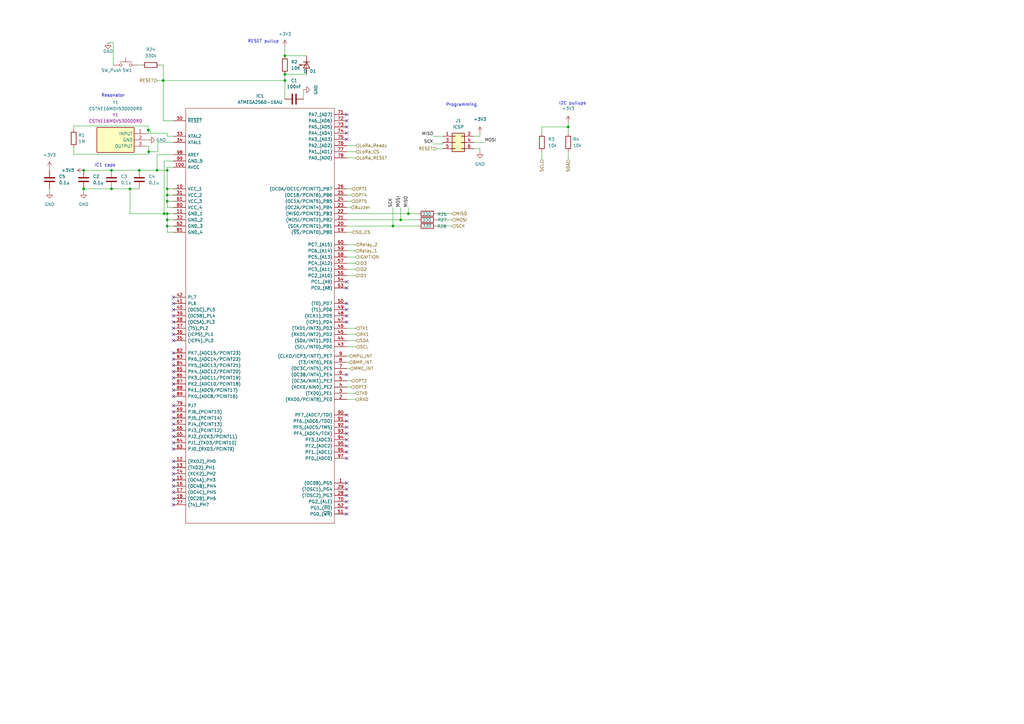
<source format=kicad_sch>
(kicad_sch (version 20211123) (generator eeschema)
  (paper "A3")
  (lib_symbols
    (symbol "ATMEGA2560-16AU:ATMEGA2560-16AU" (pin_names (offset 0.762))
      (property "Reference" "IC" (at 110.49 -21.59 0))
      (property "Value" "ATMEGA2560-16AU" (at 110.49 -24.13 0))
      (symbol "ATMEGA2560-16AU_0_0"
        (pin passive line (at 143.51 -180.34 180) (length 5.08) (name "(OC0B)_PG5") (number "1"))
        (pin passive line (at 72.39 -59.69 0) (length 5.08) (name "VCC_1") (number "10"))
        (pin passive line (at 72.39 -50.8 0) (length 5.08) (name "AVCC") (number "100"))
        (pin passive line (at 72.39 -69.85 0) (length 5.08) (name "GND_1") (number "11"))
        (pin passive line (at 72.39 -171.45 0) (length 5.08) (name "(RXD2)_PH0") (number "12"))
        (pin passive line (at 72.39 -173.99 0) (length 5.08) (name "(TXD2)_PH1") (number "13"))
        (pin passive line (at 72.39 -176.53 0) (length 5.08) (name "(XCK2)_PH2") (number "14"))
        (pin passive line (at 72.39 -179.07 0) (length 5.08) (name "(OC4A)_PH3") (number "15"))
        (pin passive line (at 72.39 -181.61 0) (length 5.08) (name "(OC4B)_PH4") (number "16"))
        (pin passive line (at 72.39 -184.15 0) (length 5.08) (name "(OC4C)_PH5") (number "17"))
        (pin passive line (at 72.39 -186.69 0) (length 5.08) (name "(OC2B)_PH6") (number "18"))
        (pin passive line (at 143.51 -77.47 180) (length 5.08) (name "(~{SS}/PCINT0)_PB0") (number "19"))
        (pin passive line (at 143.51 -146.05 180) (length 5.08) (name "(RXD0/PCINT8)_PE0") (number "2"))
        (pin passive line (at 143.51 -74.93 180) (length 5.08) (name "(SCK/PCINT1)_PB1") (number "20"))
        (pin passive line (at 143.51 -72.39 180) (length 5.08) (name "(MOSI/PCINT2)_PB2") (number "21"))
        (pin passive line (at 143.51 -69.85 180) (length 5.08) (name "(MISO/PCINT3)_PB3") (number "22"))
        (pin passive line (at 143.51 -67.31 180) (length 5.08) (name "(OC2A/PCINT4)_PB4") (number "23"))
        (pin passive line (at 143.51 -64.77 180) (length 5.08) (name "(OC1A/PCINT5)_PB5") (number "24"))
        (pin passive line (at 143.51 -62.23 180) (length 5.08) (name "(OC1B/PCINT6)_PB6") (number "25"))
        (pin passive line (at 143.51 -59.69 180) (length 5.08) (name "(OC0A/OC1C/PCINT7)_PB7") (number "26"))
        (pin passive line (at 72.39 -189.23 0) (length 5.08) (name "(T4)_PH7") (number "27"))
        (pin passive line (at 143.51 -185.42 180) (length 5.08) (name "(TOSC2)_PG3") (number "28"))
        (pin passive line (at 143.51 -182.88 180) (length 5.08) (name "(TOSC1)_PG4") (number "29"))
        (pin passive line (at 143.51 -143.51 180) (length 5.08) (name "(TXD0)_PE1") (number "3"))
        (pin passive line (at 72.39 -31.75 0) (length 5.08) (name "~{RESET}") (number "30"))
        (pin passive line (at 72.39 -62.23 0) (length 5.08) (name "VCC_2") (number "31"))
        (pin passive line (at 72.39 -72.39 0) (length 5.08) (name "GND_2") (number "32"))
        (pin passive line (at 72.39 -38.1 0) (length 5.08) (name "XTAL2") (number "33"))
        (pin passive line (at 72.39 -40.64 0) (length 5.08) (name "XTAL1") (number "34"))
        (pin passive line (at 72.39 -121.92 0) (length 5.08) (name "(ICP4)_PL0") (number "35"))
        (pin passive line (at 72.39 -119.38 0) (length 5.08) (name "(ICP5)_PL1") (number "36"))
        (pin passive line (at 72.39 -116.84 0) (length 5.08) (name "(T5)_PL2") (number "37"))
        (pin passive line (at 72.39 -114.3 0) (length 5.08) (name "(OC5A)_PL3") (number "38"))
        (pin passive line (at 72.39 -111.76 0) (length 5.08) (name "(OC5B)_PL4") (number "39"))
        (pin passive line (at 143.51 -140.97 180) (length 5.08) (name "(XCK0/AIN0)_PE2") (number "4"))
        (pin passive line (at 72.39 -109.22 0) (length 5.08) (name "(OC5C)_PL5") (number "40"))
        (pin passive line (at 72.39 -106.68 0) (length 5.08) (name "PL6") (number "41"))
        (pin passive line (at 72.39 -104.14 0) (length 5.08) (name "PL7") (number "42"))
        (pin passive line (at 143.51 -124.46 180) (length 5.08) (name "(SCL/INT0)_PD0") (number "43"))
        (pin passive line (at 143.51 -121.92 180) (length 5.08) (name "(SDA/INT1)_PD1") (number "44"))
        (pin passive line (at 143.51 -119.38 180) (length 5.08) (name "(RXD1/INT2)_PD2") (number "45"))
        (pin passive line (at 143.51 -116.84 180) (length 5.08) (name "(TXD1/INT3)_PD3") (number "46"))
        (pin passive line (at 143.51 -114.3 180) (length 5.08) (name "(ICP1)_PD4") (number "47"))
        (pin passive line (at 143.51 -111.76 180) (length 5.08) (name "(XCK1)_PD5") (number "48"))
        (pin passive line (at 143.51 -109.22 180) (length 5.08) (name "(T1)_PD6") (number "49"))
        (pin passive line (at 143.51 -138.43 180) (length 5.08) (name "(OC3A/AIN1)_PE3") (number "5"))
        (pin passive line (at 143.51 -106.68 180) (length 5.08) (name "(T0)_PD7") (number "50"))
        (pin passive line (at 143.51 -193.04 180) (length 5.08) (name "PG0_(~{WR})") (number "51"))
        (pin passive line (at 143.51 -190.5 180) (length 5.08) (name "PG1_(~{RD})") (number "52"))
        (pin passive line (at 143.51 -100.33 180) (length 5.08) (name "PC0_(A8)") (number "53"))
        (pin passive line (at 143.51 -97.79 180) (length 5.08) (name "PC1_(A9)") (number "54"))
        (pin passive line (at 143.51 -95.25 180) (length 5.08) (name "PC2_(A10)") (number "55"))
        (pin passive line (at 143.51 -92.71 180) (length 5.08) (name "PC3_(A11)") (number "56"))
        (pin passive line (at 143.51 -90.17 180) (length 5.08) (name "PC4_(A12)") (number "57"))
        (pin passive line (at 143.51 -87.63 180) (length 5.08) (name "PC5_(A13)") (number "58"))
        (pin passive line (at 143.51 -85.09 180) (length 5.08) (name "PC6_(A14)") (number "59"))
        (pin passive line (at 143.51 -135.89 180) (length 5.08) (name "(OC3B/INT4)_PE4") (number "6"))
        (pin passive line (at 143.51 -82.55 180) (length 5.08) (name "PC7_(A15)") (number "60"))
        (pin passive line (at 72.39 -64.77 0) (length 5.08) (name "VCC_3") (number "61"))
        (pin passive line (at 72.39 -74.93 0) (length 5.08) (name "GND_3") (number "62"))
        (pin passive line (at 72.39 -166.37 0) (length 5.08) (name "PJ0_(RXD3/PCINT9)") (number "63"))
        (pin passive line (at 72.39 -163.83 0) (length 5.08) (name "PJ1_(TXD3/PCINT10)") (number "64"))
        (pin passive line (at 72.39 -161.29 0) (length 5.08) (name "PJ2_(XCK3/PCINT11)") (number "65"))
        (pin passive line (at 72.39 -158.75 0) (length 5.08) (name "PJ3_(PCINT12)") (number "66"))
        (pin passive line (at 72.39 -156.21 0) (length 5.08) (name "PJ4_(PCINT13)") (number "67"))
        (pin passive line (at 72.39 -153.67 0) (length 5.08) (name "PJ5_(PCINT14)") (number "68"))
        (pin passive line (at 72.39 -151.13 0) (length 5.08) (name "PJ6_(PCINT15)") (number "69"))
        (pin passive line (at 143.51 -133.35 180) (length 5.08) (name "(OC3C/INT5)_PE5") (number "7"))
        (pin passive line (at 143.51 -187.96 180) (length 5.08) (name "PG2_(ALE)") (number "70"))
        (pin passive line (at 143.51 -29.21 180) (length 5.08) (name "PA7_(AD7)") (number "71"))
        (pin passive line (at 143.51 -31.75 180) (length 5.08) (name "PA6_(AD6)") (number "72"))
        (pin passive line (at 143.51 -34.29 180) (length 5.08) (name "PA5_(AD5)") (number "73"))
        (pin passive line (at 143.51 -36.83 180) (length 5.08) (name "PA4_(AD4)") (number "74"))
        (pin passive line (at 143.51 -39.37 180) (length 5.08) (name "PA3_(AD3)") (number "75"))
        (pin passive line (at 143.51 -41.91 180) (length 5.08) (name "PA2_(AD2)") (number "76"))
        (pin passive line (at 143.51 -44.45 180) (length 5.08) (name "PA1_(AD1)") (number "77"))
        (pin passive line (at 143.51 -46.99 180) (length 5.08) (name "PA0_(AD0)") (number "78"))
        (pin passive line (at 72.39 -148.59 0) (length 5.08) (name "PJ7") (number "79"))
        (pin passive line (at 143.51 -130.81 180) (length 5.08) (name "(T3/INT6)_PE6") (number "8"))
        (pin passive line (at 72.39 -67.31 0) (length 5.08) (name "VCC_4") (number "80"))
        (pin passive line (at 72.39 -77.47 0) (length 5.08) (name "GND_4") (number "81"))
        (pin passive line (at 72.39 -127 0) (length 5.08) (name "PK7_(ADC15/PCINT23)") (number "82"))
        (pin passive line (at 72.39 -129.54 0) (length 5.08) (name "PK6_(ADC14/PCINT22)") (number "83"))
        (pin passive line (at 72.39 -132.08 0) (length 5.08) (name "PK5_(ADC13/PCINT21)") (number "84"))
        (pin passive line (at 72.39 -134.62 0) (length 5.08) (name "PK4_(ADC12/PCINT20)") (number "85"))
        (pin passive line (at 72.39 -137.16 0) (length 5.08) (name "PK3_(ADC11/PCINT19)") (number "86"))
        (pin passive line (at 72.39 -139.7 0) (length 5.08) (name "PK2_(ADC10/PCINT18)") (number "87"))
        (pin passive line (at 72.39 -142.24 0) (length 5.08) (name "PK1_(ADC9/PCINT17)") (number "88"))
        (pin passive line (at 72.39 -144.78 0) (length 5.08) (name "PK0_(ADC8/PCINT16)") (number "89"))
        (pin passive line (at 143.51 -128.27 180) (length 5.08) (name "(CLKO/ICP3/INT7)_PE7") (number "9"))
        (pin passive line (at 143.51 -152.4 180) (length 5.08) (name "PF7_(ADC7/TDI)") (number "90"))
        (pin passive line (at 143.51 -154.94 180) (length 5.08) (name "PF6_(ADC6/TDO)") (number "91"))
        (pin passive line (at 143.51 -157.48 180) (length 5.08) (name "PF5_(ADC5/TMS)") (number "92"))
        (pin passive line (at 143.51 -160.02 180) (length 5.08) (name "PF4_(ADC4/TCK)") (number "93"))
        (pin passive line (at 143.51 -162.56 180) (length 5.08) (name "PF3_(ADC3)") (number "94"))
        (pin passive line (at 143.51 -165.1 180) (length 5.08) (name "PF2_(ADC2)") (number "95"))
        (pin passive line (at 143.51 -167.64 180) (length 5.08) (name "PF1_(ADC1)") (number "96"))
        (pin passive line (at 143.51 -170.18 180) (length 5.08) (name "PF0_(ADC0)") (number "97"))
        (pin passive line (at 72.39 -45.72 0) (length 5.08) (name "AREF") (number "98"))
        (pin passive line (at 72.39 -48.26 0) (length 5.08) (name "GND_5") (number "99"))
      )
      (symbol "ATMEGA2560-16AU_0_1"
        (rectangle (start 77.47 -26.67) (end 138.43 -196.85))
      )
    )
    (symbol "CSTNE16M0V530000R0:CSTNE16M0V530000R0"
      (property "Value" "CSTNE16M0V530000R0" (at 0 0 0))
      (property "Reference_1" "U" (at 21.59 7.62 0))
      (property "Value_1" "CSTNE16M0V530000R0" (at 21.59 5.08 0))
      (symbol "CSTNE16M0V530000R0_1_1"
        (rectangle (start 5.08 2.54) (end 20.32 -7.62) (stroke (width 0.254)) (fill (type background)))
        (pin passive line (at 0 0 0) (length 5.08) (name "INPUT") (number "1"))
        (pin passive line (at 0 -2.54 0) (length 5.08) (name "GND") (number "2"))
        (pin passive line (at 0 -5.08 0) (length 5.08) (name "OUTPUT") (number "3"))
      )
    )
    (symbol "Connector_Generic:Conn_02x03_Odd_Even" (pin_names (offset 1.016) hide)
      (property "Reference" "J" (at 1.27 5.08 0))
      (property "Value" "Conn_02x03_Odd_Even" (at 1.27 -5.08 0))
      (symbol "Conn_02x03_Odd_Even_1_1"
        (rectangle (start -1.27 -2.413) (end 0 -2.667) (stroke (width 0.1524)))
        (rectangle (start -1.27 0.127) (end 0 -0.127) (stroke (width 0.1524)))
        (rectangle (start -1.27 2.667) (end 0 2.413) (stroke (width 0.1524)))
        (rectangle (start -1.27 3.81) (end 3.81 -3.81) (stroke (width 0.254)) (fill (type background)))
        (rectangle (start 3.81 -2.413) (end 2.54 -2.667) (stroke (width 0.1524)))
        (rectangle (start 3.81 0.127) (end 2.54 -0.127) (stroke (width 0.1524)))
        (rectangle (start 3.81 2.667) (end 2.54 2.413) (stroke (width 0.1524)))
        (pin passive line (at -5.08 2.54 0) (length 3.81) (name "Pin_1") (number "1"))
        (pin passive line (at 7.62 2.54 180) (length 3.81) (name "Pin_2") (number "2"))
        (pin passive line (at -5.08 0 0) (length 3.81) (name "Pin_3") (number "3"))
        (pin passive line (at 7.62 0 180) (length 3.81) (name "Pin_4") (number "4"))
        (pin passive line (at -5.08 -2.54 0) (length 3.81) (name "Pin_5") (number "5"))
        (pin passive line (at 7.62 -2.54 180) (length 3.81) (name "Pin_6") (number "6"))
      )
    )
    (symbol "Device:C" (pin_numbers hide) (pin_names (offset 0.254))
      (property "Reference" "C" (at 0.635 2.54 0))
      (property "Value" "C" (at 0.635 -2.54 0))
      (symbol "C_0_1"
        (polyline (pts (xy -2.032 -0.762) (xy 2.032 -0.762)) (stroke (width 0.508)))
        (polyline (pts (xy -2.032 0.762) (xy 2.032 0.762)) (stroke (width 0.508)))
      )
      (symbol "C_1_1"
        (pin passive line (at 0 3.81 270) (length 2.794) (name "~") (number "1"))
        (pin passive line (at 0 -3.81 90) (length 2.794) (name "~") (number "2"))
      )
    )
    (symbol "Device:D" (pin_numbers hide) (pin_names (offset 1.016) hide)
      (property "Reference" "D1" (at 2.54 1.2701 90))
      (property "Value" "D" (at 2.54 -1.2699 90))
      (symbol "D_0_1"
        (polyline (pts (xy -1.27 1.27) (xy -1.27 -1.27)) (stroke (width 0.254)))
        (polyline (pts (xy 1.27 0) (xy -1.27 0)))
        (polyline (pts (xy 1.27 1.27) (xy 1.27 -1.27) (xy -1.27 0) (xy 1.27 1.27)) (stroke (width 0.254)))
      )
      (symbol "D_1_1"
        (pin passive line (at 3.81 0 180) (length 2.54) (name "A") (number "1"))
        (pin no_connect line (at 0 -2.54 90) (length 2.54) (name "NC") (number "2"))
        (pin passive line (at -3.81 0 0) (length 2.54) (name "K") (number "3"))
      )
    )
    (symbol "Device:R" (pin_numbers hide) (pin_names (offset 0))
      (property "Reference" "R" (at 2.032 0 90))
      (property "Value" "R" (at 0 0 90))
      (symbol "R_0_1"
        (rectangle (start -1.016 -2.54) (end 1.016 2.54) (stroke (width 0.254)))
      )
      (symbol "R_1_1"
        (pin passive line (at 0 3.81 270) (length 1.27) (name "~") (number "1"))
        (pin passive line (at 0 -3.81 90) (length 1.27) (name "~") (number "2"))
      )
    )
    (symbol "Switch:SW_Push" (pin_numbers hide) (pin_names (offset 1.016) hide)
      (property "Reference" "SW" (at 1.27 2.54 0))
      (property "Value" "SW_Push" (at 0 -1.524 0))
      (symbol "SW_Push_0_1"
        (circle (center -2.032 0) (radius 0.508))
        (polyline (pts (xy 0 1.27) (xy 0 3.048)))
        (polyline (pts (xy 2.54 1.27) (xy -2.54 1.27)))
        (circle (center 2.032 0) (radius 0.508))
        (pin passive line (at -5.08 0 0) (length 2.54) (name "1") (number "1"))
        (pin passive line (at 5.08 0 180) (length 2.54) (name "2") (number "2"))
      )
    )
    (symbol "power:+3V3" (power) (pin_names (offset 0))
      (property "Value" "+3V3" (at 0 3.556 0))
      (symbol "+3V3_0_1"
        (polyline (pts (xy -0.762 1.27) (xy 0 2.54)))
        (polyline (pts (xy 0 0) (xy 0 2.54)))
        (polyline (pts (xy 0 2.54) (xy 0.762 1.27)))
      )
      (symbol "+3V3_1_1"
        (pin power_in line (at 0 0 90) (length 0) hide (name "+3V3") (number "1"))
      )
    )
    (symbol "power:GND" (power) (pin_names (offset 0))
      (property "Value" "GND" (at 0 -3.81 0))
      (symbol "GND_0_1"
        (polyline (pts (xy 0 0) (xy 0 -1.27) (xy 1.27 -1.27) (xy 0 -2.54) (xy -1.27 -1.27) (xy 0 -1.27)))
      )
      (symbol "GND_1_1"
        (pin power_in line (at 0 0 270) (length 0) hide (name "GND") (number "1"))
      )
    )
  )
  (junction (at 68.58 77.47))
  (junction (at 45.72 69.85))
  (junction (at 116.84 30.48))
  (junction (at 116.84 33.02))
  (junction (at 34.29 77.47))
  (junction (at 233.045 52.07))
  (junction (at 68.58 92.71))
  (junction (at 68.58 69.85))
  (junction (at 64.389 69.85))
  (junction (at 68.58 80.01))
  (junction (at 60.96 62.23))
  (junction (at 67.31 87.63))
  (junction (at 57.15 69.85))
  (junction (at 161.163 92.71))
  (junction (at 68.58 82.55))
  (junction (at 116.84 22.86))
  (junction (at 34.29 69.85))
  (junction (at 167.513 87.63))
  (junction (at 66.929 33.02))
  (junction (at 164.338 90.17))
  (junction (at 68.58 87.63))
  (junction (at 53.34 77.47))
  (junction (at 60.833 53.34))
  (junction (at 68.58 90.17))
  (junction (at 45.72 77.47))
  (no_connect (at 71.12 129.54))
  (no_connect (at 71.12 121.92))
  (no_connect (at 71.12 184.15))
  (no_connect (at 142.24 180.34))
  (no_connect (at 142.24 172.72))
  (no_connect (at 142.24 200.66))
  (no_connect (at 142.24 57.15))
  (no_connect (at 71.12 204.47))
  (no_connect (at 142.24 118.11))
  (no_connect (at 142.24 198.12))
  (no_connect (at 71.12 207.01))
  (no_connect (at 142.24 49.53))
  (no_connect (at 71.12 134.62))
  (no_connect (at 71.12 189.23))
  (no_connect (at 142.24 208.28))
  (no_connect (at 71.12 127))
  (no_connect (at 71.12 176.53))
  (no_connect (at 71.12 166.37))
  (no_connect (at 71.12 201.93))
  (no_connect (at 71.12 160.02))
  (no_connect (at 71.12 194.31))
  (no_connect (at 142.24 129.54))
  (no_connect (at 71.12 154.94))
  (no_connect (at 71.12 196.85))
  (no_connect (at 142.24 132.08))
  (no_connect (at 71.12 162.56))
  (no_connect (at 142.24 203.2))
  (no_connect (at 71.12 149.86))
  (no_connect (at 71.12 199.39))
  (no_connect (at 71.12 157.48))
  (no_connect (at 142.24 187.96))
  (no_connect (at 71.12 147.32))
  (no_connect (at 71.12 132.08))
  (no_connect (at 71.12 139.7))
  (no_connect (at 142.24 170.18))
  (no_connect (at 71.12 191.77))
  (no_connect (at 142.24 175.26))
  (no_connect (at 71.12 168.91))
  (no_connect (at 71.12 173.99))
  (no_connect (at 142.24 127))
  (no_connect (at 71.12 124.46))
  (no_connect (at 142.24 153.67))
  (no_connect (at 142.24 115.57))
  (no_connect (at 142.24 182.88))
  (no_connect (at 142.24 185.42))
  (no_connect (at 142.24 205.74))
  (no_connect (at 142.24 54.61))
  (no_connect (at 71.12 144.78))
  (no_connect (at 142.24 46.99))
  (no_connect (at 71.12 179.07))
  (no_connect (at 71.12 152.4))
  (no_connect (at 71.12 171.45))
  (no_connect (at 71.12 181.61))
  (no_connect (at 71.12 137.16))
  (no_connect (at 142.24 52.07))
  (no_connect (at 142.24 177.8))
  (no_connect (at 142.24 124.46))
  (no_connect (at 142.24 210.82))
  (wire (pts (xy 64.389 63.5) (xy 64.389 69.85)))
  (wire (pts (xy 64.389 69.85) (xy 68.58 69.85)))
  (wire (pts (xy 46.482 26.67) (xy 46.482 17.526)))
  (wire (pts (xy 66.929 33.02) (xy 116.84 33.02)))
  (wire (pts (xy 68.58 87.63) (xy 71.12 87.63)))
  (wire (pts (xy 161.163 92.71) (xy 171.45 92.71)))
  (wire (pts (xy 60.833 53.34) (xy 60.833 54.864)))
  (wire (pts (xy 142.24 85.09) (xy 143.891 85.09)))
  (wire (pts (xy 71.12 66.04) (xy 67.31 66.04)))
  (wire (pts (xy 71.12 68.58) (xy 68.58 68.58)))
  (wire (pts (xy 116.84 30.48) (xy 116.84 33.02)))
  (wire (pts (xy 57.15 69.85) (xy 64.389 69.85)))
  (wire (pts (xy 142.24 163.83) (xy 145.796 163.83)))
  (wire (pts (xy 68.58 77.47) (xy 68.58 80.01)))
  (wire (pts (xy 124.46 40.64) (xy 124.46 36.83)))
  (wire (pts (xy 179.07 92.71) (xy 185.42 92.71)))
  (wire (pts (xy 142.24 77.47) (xy 144.272 77.47)))
  (wire (pts (xy 164.338 90.17) (xy 171.45 90.17)))
  (wire (pts (xy 45.72 69.85) (xy 57.15 69.85)))
  (wire (pts (xy 142.24 148.59) (xy 143.129 148.59)))
  (wire (pts (xy 167.513 85.09) (xy 167.513 87.63)))
  (wire (pts (xy 116.84 33.02) (xy 116.84 40.64)))
  (wire (pts (xy 68.58 85.09) (xy 68.58 82.55)))
  (wire (pts (xy 142.24 158.75) (xy 144.018 158.75)))
  (wire (pts (xy 34.29 77.47) (xy 45.72 77.47)))
  (wire (pts (xy 142.24 95.25) (xy 144.399 95.25)))
  (wire (pts (xy 194.31 60.96) (xy 196.85 60.96)))
  (wire (pts (xy 68.58 82.55) (xy 68.58 80.01)))
  (wire (pts (xy 164.338 85.09) (xy 164.338 90.17)))
  (wire (pts (xy 142.24 87.63) (xy 167.513 87.63)))
  (wire (pts (xy 61.595 54.61) (xy 61.595 53.34)))
  (wire (pts (xy 64.77 62.23) (xy 64.77 58.42)))
  (wire (pts (xy 142.24 64.77) (xy 145.923 64.77)))
  (wire (pts (xy 142.24 156.21) (xy 144.145 156.21)))
  (wire (pts (xy 65.659 26.67) (xy 66.929 26.67)))
  (wire (pts (xy 196.85 55.88) (xy 196.85 54.61)))
  (wire (pts (xy 56.642 26.67) (xy 58.039 26.67)))
  (wire (pts (xy 233.045 62.23) (xy 233.045 65.405)))
  (wire (pts (xy 177.8 59.055) (xy 181.61 59.055)))
  (wire (pts (xy 30.226 63.246) (xy 60.96 63.246)))
  (wire (pts (xy 194.31 58.42) (xy 198.755 58.42)))
  (wire (pts (xy 68.58 90.17) (xy 68.58 87.63)))
  (wire (pts (xy 142.24 151.13) (xy 143.51 151.13)))
  (wire (pts (xy 142.24 102.87) (xy 145.796 102.87)))
  (wire (pts (xy 68.58 95.25) (xy 68.58 92.71)))
  (wire (pts (xy 67.31 87.63) (xy 68.58 87.63)))
  (wire (pts (xy 142.24 80.01) (xy 144.145 80.01)))
  (wire (pts (xy 116.84 19.05) (xy 116.84 22.86)))
  (wire (pts (xy 60.96 59.944) (xy 60.96 62.23)))
  (wire (pts (xy 71.12 82.55) (xy 68.58 82.55)))
  (wire (pts (xy 30.226 60.579) (xy 30.226 63.246)))
  (wire (pts (xy 68.58 55.88) (xy 71.12 55.88)))
  (wire (pts (xy 71.12 85.09) (xy 68.58 85.09)))
  (wire (pts (xy 142.24 146.05) (xy 143.129 146.05)))
  (wire (pts (xy 142.24 100.33) (xy 145.923 100.33)))
  (wire (pts (xy 44.323 17.526) (xy 46.482 17.526)))
  (wire (pts (xy 142.24 139.7) (xy 146.05 139.7)))
  (wire (pts (xy 222.25 52.07) (xy 233.045 52.07)))
  (wire (pts (xy 142.24 90.17) (xy 164.338 90.17)))
  (wire (pts (xy 66.929 33.02) (xy 66.929 49.53)))
  (wire (pts (xy 142.24 92.71) (xy 161.163 92.71)))
  (wire (pts (xy 61.595 53.34) (xy 60.833 53.34)))
  (wire (pts (xy 179.07 60.96) (xy 181.61 60.96)))
  (wire (pts (xy 68.58 69.85) (xy 68.58 77.47)))
  (wire (pts (xy 68.58 54.61) (xy 61.595 54.61)))
  (wire (pts (xy 68.58 90.17) (xy 71.12 90.17)))
  (wire (pts (xy 71.12 77.47) (xy 68.58 77.47)))
  (wire (pts (xy 68.58 68.58) (xy 68.58 69.85)))
  (wire (pts (xy 233.045 50.165) (xy 233.045 52.07)))
  (wire (pts (xy 64.77 62.23) (xy 60.96 62.23)))
  (wire (pts (xy 57.15 77.47) (xy 53.34 77.47)))
  (wire (pts (xy 53.34 77.47) (xy 53.34 87.63)))
  (wire (pts (xy 64.389 63.5) (xy 71.12 63.5)))
  (wire (pts (xy 68.58 80.01) (xy 71.12 80.01)))
  (wire (pts (xy 142.24 59.69) (xy 145.923 59.69)))
  (wire (pts (xy 142.24 113.03) (xy 145.796 113.03)))
  (wire (pts (xy 196.85 60.96) (xy 196.85 62.23)))
  (wire (pts (xy 179.07 90.17) (xy 185.42 90.17)))
  (wire (pts (xy 161.163 85.09) (xy 161.163 92.71)))
  (wire (pts (xy 30.226 52.959) (xy 30.226 51.689)))
  (wire (pts (xy 167.513 87.63) (xy 171.45 87.63)))
  (wire (pts (xy 20.32 77.47) (xy 20.32 78.74)))
  (wire (pts (xy 116.84 30.48) (xy 125.73 30.48)))
  (wire (pts (xy 142.24 134.62) (xy 146.05 134.62)))
  (wire (pts (xy 116.84 22.86) (xy 125.73 22.86)))
  (wire (pts (xy 64.77 58.42) (xy 71.12 58.42)))
  (wire (pts (xy 68.58 92.71) (xy 68.58 90.17)))
  (wire (pts (xy 60.96 59.944) (xy 60.071 59.944)))
  (wire (pts (xy 194.31 55.88) (xy 196.85 55.88)))
  (wire (pts (xy 142.24 82.55) (xy 144.145 82.55)))
  (wire (pts (xy 142.24 161.29) (xy 145.796 161.29)))
  (wire (pts (xy 179.07 87.63) (xy 185.42 87.63)))
  (wire (pts (xy 64.516 33.02) (xy 66.929 33.02)))
  (wire (pts (xy 34.29 69.85) (xy 45.72 69.85)))
  (wire (pts (xy 68.58 54.61) (xy 68.58 55.88)))
  (wire (pts (xy 20.32 68.961) (xy 20.32 69.85)))
  (wire (pts (xy 142.24 137.16) (xy 146.05 137.16)))
  (wire (pts (xy 177.8 55.88) (xy 181.61 55.88)))
  (wire (pts (xy 60.833 54.864) (xy 60.071 54.864)))
  (wire (pts (xy 142.24 105.41) (xy 145.796 105.41)))
  (wire (pts (xy 45.72 77.47) (xy 53.34 77.47)))
  (wire (pts (xy 60.96 62.23) (xy 60.96 63.246)))
  (wire (pts (xy 34.29 78.74) (xy 34.29 77.47)))
  (wire (pts (xy 142.24 107.95) (xy 145.796 107.95)))
  (wire (pts (xy 142.24 62.23) (xy 145.923 62.23)))
  (wire (pts (xy 30.226 51.689) (xy 60.833 51.689)))
  (wire (pts (xy 66.929 49.53) (xy 71.12 49.53)))
  (wire (pts (xy 233.045 52.07) (xy 233.045 54.61)))
  (wire (pts (xy 68.58 92.71) (xy 71.12 92.71)))
  (wire (pts (xy 142.24 142.24) (xy 146.05 142.24)))
  (wire (pts (xy 67.31 66.04) (xy 67.31 87.63)))
  (wire (pts (xy 222.25 54.61) (xy 222.25 52.07)))
  (wire (pts (xy 222.25 62.23) (xy 222.25 65.405)))
  (wire (pts (xy 181.61 59.055) (xy 181.61 58.42)))
  (wire (pts (xy 60.833 51.689) (xy 60.833 53.34)))
  (wire (pts (xy 71.12 95.25) (xy 68.58 95.25)))
  (wire (pts (xy 66.929 26.67) (xy 66.929 33.02)))
  (wire (pts (xy 53.34 87.63) (xy 67.31 87.63)))
  (wire (pts (xy 60.071 57.404) (xy 60.833 57.404)))
  (wire (pts (xy 142.24 110.49) (xy 145.796 110.49)))
  (text "IC1 caps" (at 38.735 68.58 0) (effects (font (size 1.27 1.27)) (justify left bottom)))
  (text "Resonator" (at 41.529 40.005 0) (effects (font (size 1.27 1.27)) (justify left bottom)))
  (text "Programming" (at 182.88 43.815 0) (effects (font (size 1.27 1.27)) (justify left bottom)))
  (text "I2C pullups" (at 229.235 43.18 0) (effects (font (size 1.27 1.27)) (justify left bottom)))
  (text "RESET pullup" (at 101.6 17.78 0) (effects (font (size 1.27 1.27)) (justify left bottom)))
  (label "SCK" (at 177.8 59.055 180))
  (label "MISO" (at 167.513 85.09 90))
  (label "MOSI" (at 198.755 58.42 0))
  (label "MISO" (at 177.8 55.88 180))
  (label "MOSI" (at 164.338 85.09 90))
  (label "SCK" (at 161.163 85.09 90))
  (hierarchical_label "Relay_1" (shape input) (at 145.796 102.87 0))
  (hierarchical_label "RESET" (shape input) (at 179.07 60.96 180))
  (hierarchical_label "OPT4" (shape input) (at 144.145 80.01 0))
  (hierarchical_label "Relay_2" (shape input) (at 145.923 100.33 0))
  (hierarchical_label "SDA" (shape input) (at 146.05 139.7 0))
  (hierarchical_label "MMC_INT" (shape input) (at 143.51 151.13 0))
  (hierarchical_label "SCL" (shape input) (at 146.05 142.24 0))
  (hierarchical_label "OPT2" (shape input) (at 144.145 156.21 0))
  (hierarchical_label "RX1" (shape input) (at 146.05 137.16 0))
  (hierarchical_label "LoRa_Ready" (shape input) (at 145.923 59.69 0))
  (hierarchical_label "SCK" (shape input) (at 185.42 92.71 0))
  (hierarchical_label "LoRa_RESET" (shape input) (at 145.923 64.77 0))
  (hierarchical_label "ID2" (shape input) (at 145.796 110.49 0))
  (hierarchical_label "TX1" (shape input) (at 146.05 134.62 0))
  (hierarchical_label "ID3" (shape input) (at 145.796 107.95 0))
  (hierarchical_label "MISO" (shape input) (at 185.42 87.63 0))
  (hierarchical_label "SD_CS" (shape input) (at 144.399 95.25 0))
  (hierarchical_label "TX0" (shape input) (at 145.796 161.29 0))
  (hierarchical_label "MOSI" (shape input) (at 185.42 90.17 0))
  (hierarchical_label "Buzzer" (shape input) (at 143.891 85.09 0))
  (hierarchical_label "SDA" (shape input) (at 233.045 65.405 270))
  (hierarchical_label "LoRa_CS" (shape input) (at 145.923 62.23 0))
  (hierarchical_label "MPU_INT" (shape input) (at 143.129 146.05 0))
  (hierarchical_label "BMP_INT" (shape input) (at 143.129 148.59 0))
  (hierarchical_label "OPT3" (shape input) (at 144.018 158.75 0))
  (hierarchical_label "RX0" (shape input) (at 145.796 163.83 0))
  (hierarchical_label "IGNITION" (shape input) (at 145.796 105.41 0))
  (hierarchical_label "OPT1" (shape input) (at 144.272 77.47 0))
  (hierarchical_label "RESET" (shape input) (at 64.516 33.02 180))
  (hierarchical_label "ID1" (shape input) (at 145.796 113.03 0))
  (hierarchical_label "SCL" (shape input) (at 222.25 65.405 270))
  (hierarchical_label "OPT5" (shape input) (at 144.145 82.55 0))
  (symbol (lib_id "power:+3V3") (at 233.045 50.165 0) (unit 1)
    (property "Reference" "#PWR043" (effects hide))
    (property "Value" "+3V3" (at 233.045 44.45 0))
  )
  (symbol (lib_id "Device:C") (at 57.15 73.66 0) (unit 1)
    (property "Reference" "C4" (at 60.96 72.3899 0) (effects (justify left)))
    (property "Value" "0.1u" (at 60.96 74.9299 0) (effects (justify left)))
    (property "Footprint" "Capacitor_SMD:C_0603_1608Metric" (effects hide))
  )
  (symbol (lib_id "Device:R") (at 61.849 26.67 90) (unit 1)
    (property "Reference" "R24" (at 61.849 20.32 90))
    (property "Value" "330k" (at 61.849 22.86 90))
    (property "Footprint" "Resistor_SMD:R_0603_1608Metric" (effects hide))
  )
  (symbol (lib_id "Device:C") (at 120.65 40.64 90) (unit 1)
    (property "Reference" "C1" (at 120.65 33.02 90))
    (property "Value" "100nF" (at 120.65 35.56 90))
    (property "Footprint" "Capacitor_SMD:C_0603_1608Metric" (effects hide))
  )
  (symbol (lib_id "Switch:SW_Push") (at 51.562 26.67 0) (unit 1)
    (property "Reference" "SW1" (at 52.197 28.829 0))
    (property "Value" "SW_Push" (at 45.72 28.829 0))
    (property "Footprint" "Footprint:PTS815SJK250SMTRLFS" (effects hide))
  )
  (symbol (lib_id "power:GND") (at 124.46 36.83 90) (unit 1)
    (property "Reference" "#PWR0106" (effects hide))
    (property "Value" "GND" (at 129.54 36.83 0))
  )
  (symbol (lib_id "Device:C") (at 34.29 73.66 0) (unit 1)
    (property "Reference" "C2" (at 38.1 72.3899 0) (effects (justify left)))
    (property "Value" "0.1u" (at 38.1 74.9299 0) (effects (justify left)))
    (property "Footprint" "Capacitor_SMD:C_0603_1608Metric" (effects hide))
  )
  (symbol (lib_id "Device:R") (at 233.045 58.42 0) (unit 1)
    (property "Reference" "R4" (at 234.95 57.1499 0) (effects (justify left)))
    (property "Value" "10k" (at 234.95 59.6899 0) (effects (justify left)))
    (property "Footprint" "Resistor_SMD:R_0603_1608Metric" (effects hide))
  )
  (symbol (lib_id "Device:C") (at 20.32 73.66 0) (unit 1)
    (property "Reference" "C5" (at 24.13 72.3899 0) (effects (justify left)))
    (property "Value" "0.1u" (at 24.13 74.9299 0) (effects (justify left)))
    (property "Footprint" "Capacitor_SMD:C_0603_1608Metric" (effects hide))
  )
  (symbol (lib_id "power:GND") (at 34.29 78.74 0) (unit 1)
    (property "Reference" "#PWR0107" (effects hide))
    (property "Value" "GND" (at 34.29 83.82 0))
  )
  (symbol (lib_id "power:GND") (at 20.32 78.74 0) (unit 1)
    (property "Reference" "#PWR0109" (effects hide))
    (property "Value" "GND" (at 20.32 83.82 0))
  )
  (symbol (lib_id "power:+3V3") (at 116.84 19.05 0) (unit 1)
    (property "Reference" "#PWR041" (effects hide))
    (property "Value" "+3V3" (at 116.84 13.97 0))
  )
  (symbol (lib_id "power:GND") (at 44.323 17.526 0) (unit 1)
    (property "Reference" "#PWR0112" (effects hide))
    (property "Value" "GND" (at 44.323 21.082 0))
  )
  (symbol (lib_id "power:GND") (at 60.833 57.404 90) (mirror x) (unit 1)
    (property "Reference" "#PWR0110" (effects hide))
    (property "Value" "GND" (at 64.008 57.4039 90) (effects (justify right)))
  )
  (symbol (lib_id "Device:R") (at 116.84 26.67 0) (unit 1)
    (property "Reference" "R2" (at 119.38 25.3999 0) (effects (justify left)))
    (property "Value" "10K" (at 119.38 27.9399 0) (effects (justify left)))
    (property "Footprint" "Resistor_SMD:R_0603_1608Metric" (effects hide))
  )
  (symbol (lib_id "Device:R") (at 30.226 56.769 0) (unit 1)
    (property "Reference" "R1" (at 32.131 55.4989 0) (effects (justify left)))
    (property "Value" "1M" (at 32.131 58.0389 0) (effects (justify left)))
    (property "Footprint" "Resistor_SMD:R_0603_1608Metric" (effects hide))
  )
  (symbol (lib_id "Device:C") (at 45.72 73.66 0) (unit 1)
    (property "Reference" "C3" (at 49.53 72.3899 0) (effects (justify left)))
    (property "Value" "0.1u" (at 49.53 74.9299 0) (effects (justify left)))
    (property "Footprint" "Capacitor_SMD:C_0603_1608Metric" (effects hide))
  )
  (symbol (lib_id "Device:R") (at 222.25 58.42 0) (unit 1)
    (property "Reference" "R3" (at 224.79 57.1499 0) (effects (justify left)))
    (property "Value" "10k" (at 224.79 59.6899 0) (effects (justify left)))
    (property "Footprint" "Resistor_SMD:R_0603_1608Metric" (effects hide))
  )
  (symbol (lib_id "ATMEGA2560-16AU:ATMEGA2560-16AU") (at -1.27 17.78 0) (unit 1)
    (property "Reference" "IC1" (at 106.68 39.37 0))
    (property "Value" "ATMEGA2560-16AU" (at 106.68 41.91 0))
    (property "Footprint" "Footprint:QFP50P1600X1600X120-100N" (effects hide))
    (property "Datasheet" "https://datasheet.datasheetarchive.com/originals/distributors/Datasheets_SAMA/4a5a397fa76c39b5297f4121ace1d84e.pdf" (effects hide))
    (property "Description" "ATMEGA2560-16AU, 8 bit AVR Microcontroller 16MHz 4, 256kb Flash, 8kb RAM, I2C SPI 100-Pin TQFP" (effects hide))
    (property "Height" "1.2" (effects hide))
    (property "Manufacturer_Name" "Microchip" (effects hide))
    (property "Manufacturer_Part_Number" "ATMEGA2560-16AU" (effects hide))
    (property "Mouser Part Number" "556-ATMEGA2560-16AU" (effects hide))
    (property "Mouser Price/Stock" "https://www.mouser.co.uk/ProductDetail/Microchip-Technology-Atmel/ATMEGA2560-16AU?qs=aqrrBurbvGciYmlAokFS0w%3D%3D" (effects hide))
    (property "Arrow Part Number" "ATMEGA2560-16AU" (effects hide))
    (property "Arrow Price/Stock" "https://www.arrow.com/en/products/atmega2560-16au/microchip-technology?region=nac" (effects hide))
  )
  (symbol (lib_id "Device:R") (at 175.26 87.63 90) (unit 1)
    (property "Reference" "R26" (at 181.356 87.884 90))
    (property "Value" "330" (at 175.006 87.757 90))
    (property "Footprint" "Resistor_SMD:R_0603_1608Metric" (effects hide))
  )
  (symbol (lib_id "Device:R") (at 175.26 90.17 90) (unit 1)
    (property "Reference" "R27" (at 181.356 90.17 90))
    (property "Value" "330" (at 175.006 90.17 90))
    (property "Footprint" "Resistor_SMD:R_0603_1608Metric" (effects hide))
  )
  (symbol (lib_id "power:+3V3") (at 196.85 54.61 0) (unit 1)
    (property "Reference" "#PWR042" (effects hide))
    (property "Value" "+3V3" (at 196.85 48.895 0))
  )
  (symbol (lib_id "power:GND") (at 196.85 62.23 0) (unit 1)
    (property "Reference" "#PWR0113" (effects hide))
    (property "Value" "GND" (at 196.85 67.31 0))
  )
  (symbol (lib_id "Device:R") (at 175.26 92.71 90) (unit 1)
    (property "Reference" "R28" (at 181.229 92.837 90))
    (property "Value" "330" (at 175.133 92.583 90))
    (property "Footprint" "Resistor_SMD:R_0603_1608Metric" (effects hide))
  )
  (symbol (lib_id "power:+3V3") (at 34.29 69.85 90) (unit 1)
    (property "Reference" "#PWR039" (effects hide))
    (property "Value" "+3V3" (at 30.48 69.8499 90) (effects (justify left)))
  )
  (symbol (lib_id "Device:D") (at 125.73 26.67 270) (unit 1)
    (property "Reference" "D1" (at 127.0001 29.21 90) (effects (justify left)))
    (property "Value" "D" (at 124.4601 29.21 90) (effects (justify left)))
    (property "Footprint" "Package_TO_SOT_SMD:TSOT-23" (effects hide))
  )
  (symbol (lib_id "CSTNE16M0V530000R0:CSTNE16M0V530000R0") (at 60.071 54.864 0) (mirror y) (unit 1)
    (property "Reference" "Y1" (at 47.371 42.037 0))
    (property "Value" "CSTNE16M0V530000R0" (at 47.371 44.577 0))
    (property "Footprint" "Footprint:CSTNE16M0V530000R0" (effects hide))
    (property "Reference_1" "Y1" (at 47.371 47.117 0))
    (property "Value_1" "CSTNE16M0V530000R0" (at 47.371 49.657 0))
    (property "Footprint_1" "CSTNE16M0V530000R0" (effects hide))
    (property "Datasheet_1" "https://www.murata.com/en-eu/products/productdata/8801162231838/SPEC-CSTNE16M0V530000R0.pdf?1519875007000" (effects hide))
    (property "Height" "1" (effects hide))
    (property "Manufacturer_Name" "Murata Electronics" (effects hide))
    (property "Manufacturer_Part_Number" "CSTNE16M0V530000R0" (effects hide))
    (property "Mouser Part Number" "81-CSTNE16M0V530000R" (effects hide))
    (property "Mouser Price/Stock" "https://www.mouser.co.uk/ProductDetail/Murata-Electronics/CSTNE16M0V530000R0?qs=y6ZabgHbY%252BzQcQICtMt%2F3w%3D%3D" (effects hide))
    (property "Arrow Part Number" "CSTNE16M0V530000R0" (effects hide))
    (property "Arrow Price/Stock" "https://www.arrow.com/en/products/cstne16m0v530000r0/murata-manufacturing?region=nac" (effects hide))
  )
  (symbol (lib_id "power:+3V3") (at 20.32 68.961 0) (unit 1)
    (property "Reference" "#PWR038" (effects hide))
    (property "Value" "+3V3" (at 20.32 63.5 0))
  )
  (symbol (lib_id "Connector_Generic:Conn_02x03_Odd_Even") (at 186.69 58.42 0) (unit 1)
    (property "Reference" "J1" (at 187.96 49.53 0))
    (property "Value" "ICSP" (at 187.96 52.07 0))
    (property "Footprint" "Connector_PinHeader_2.54mm:PinHeader_2x03_P2.54mm_Vertical" (effects hide))
  )
)
</source>
